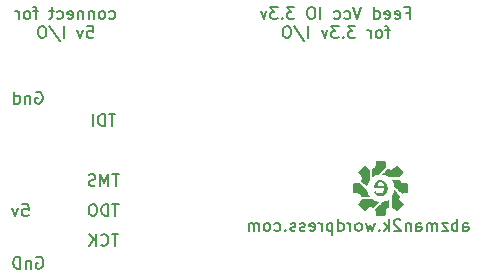
<source format=gbo>
%TF.GenerationSoftware,KiCad,Pcbnew,(6.0.0)*%
%TF.CreationDate,2022-03-13T18:43:21-04:00*%
%TF.ProjectId,Xc9572 breakout,58633935-3732-4206-9272-65616b6f7574,rev?*%
%TF.SameCoordinates,Original*%
%TF.FileFunction,Legend,Bot*%
%TF.FilePolarity,Positive*%
%FSLAX46Y46*%
G04 Gerber Fmt 4.6, Leading zero omitted, Abs format (unit mm)*
G04 Created by KiCad (PCBNEW (6.0.0)) date 2022-03-13 18:43:21*
%MOMM*%
%LPD*%
G01*
G04 APERTURE LIST*
%ADD10C,0.150000*%
%ADD11R,1.700000X1.700000*%
%ADD12C,3.200000*%
%ADD13O,1.700000X1.700000*%
G04 APERTURE END LIST*
D10*
X90947857Y-65492380D02*
X91424047Y-65492380D01*
X91471666Y-65968571D01*
X91424047Y-65920952D01*
X91328809Y-65873333D01*
X91090714Y-65873333D01*
X90995476Y-65920952D01*
X90947857Y-65968571D01*
X90900238Y-66063809D01*
X90900238Y-66301904D01*
X90947857Y-66397142D01*
X90995476Y-66444761D01*
X91090714Y-66492380D01*
X91328809Y-66492380D01*
X91424047Y-66444761D01*
X91471666Y-66397142D01*
X90566904Y-65825714D02*
X90328809Y-66492380D01*
X90090714Y-65825714D01*
X128237142Y-67762380D02*
X128237142Y-67238571D01*
X128284761Y-67143333D01*
X128380000Y-67095714D01*
X128570476Y-67095714D01*
X128665714Y-67143333D01*
X128237142Y-67714761D02*
X128332380Y-67762380D01*
X128570476Y-67762380D01*
X128665714Y-67714761D01*
X128713333Y-67619523D01*
X128713333Y-67524285D01*
X128665714Y-67429047D01*
X128570476Y-67381428D01*
X128332380Y-67381428D01*
X128237142Y-67333809D01*
X127760952Y-67762380D02*
X127760952Y-66762380D01*
X127760952Y-67143333D02*
X127665714Y-67095714D01*
X127475238Y-67095714D01*
X127380000Y-67143333D01*
X127332380Y-67190952D01*
X127284761Y-67286190D01*
X127284761Y-67571904D01*
X127332380Y-67667142D01*
X127380000Y-67714761D01*
X127475238Y-67762380D01*
X127665714Y-67762380D01*
X127760952Y-67714761D01*
X126951428Y-67095714D02*
X126427619Y-67095714D01*
X126951428Y-67762380D01*
X126427619Y-67762380D01*
X126046666Y-67762380D02*
X126046666Y-67095714D01*
X126046666Y-67190952D02*
X125999047Y-67143333D01*
X125903809Y-67095714D01*
X125760952Y-67095714D01*
X125665714Y-67143333D01*
X125618095Y-67238571D01*
X125618095Y-67762380D01*
X125618095Y-67238571D02*
X125570476Y-67143333D01*
X125475238Y-67095714D01*
X125332380Y-67095714D01*
X125237142Y-67143333D01*
X125189523Y-67238571D01*
X125189523Y-67762380D01*
X124284761Y-67762380D02*
X124284761Y-67238571D01*
X124332380Y-67143333D01*
X124427619Y-67095714D01*
X124618095Y-67095714D01*
X124713333Y-67143333D01*
X124284761Y-67714761D02*
X124380000Y-67762380D01*
X124618095Y-67762380D01*
X124713333Y-67714761D01*
X124760952Y-67619523D01*
X124760952Y-67524285D01*
X124713333Y-67429047D01*
X124618095Y-67381428D01*
X124380000Y-67381428D01*
X124284761Y-67333809D01*
X123808571Y-67095714D02*
X123808571Y-67762380D01*
X123808571Y-67190952D02*
X123760952Y-67143333D01*
X123665714Y-67095714D01*
X123522857Y-67095714D01*
X123427619Y-67143333D01*
X123380000Y-67238571D01*
X123380000Y-67762380D01*
X122951428Y-66857619D02*
X122903809Y-66810000D01*
X122808571Y-66762380D01*
X122570476Y-66762380D01*
X122475238Y-66810000D01*
X122427619Y-66857619D01*
X122380000Y-66952857D01*
X122380000Y-67048095D01*
X122427619Y-67190952D01*
X122999047Y-67762380D01*
X122380000Y-67762380D01*
X121951428Y-67762380D02*
X121951428Y-66762380D01*
X121856190Y-67381428D02*
X121570476Y-67762380D01*
X121570476Y-67095714D02*
X121951428Y-67476666D01*
X121141904Y-67667142D02*
X121094285Y-67714761D01*
X121141904Y-67762380D01*
X121189523Y-67714761D01*
X121141904Y-67667142D01*
X121141904Y-67762380D01*
X120760952Y-67095714D02*
X120570476Y-67762380D01*
X120380000Y-67286190D01*
X120189523Y-67762380D01*
X119999047Y-67095714D01*
X119475238Y-67762380D02*
X119570476Y-67714761D01*
X119618095Y-67667142D01*
X119665714Y-67571904D01*
X119665714Y-67286190D01*
X119618095Y-67190952D01*
X119570476Y-67143333D01*
X119475238Y-67095714D01*
X119332380Y-67095714D01*
X119237142Y-67143333D01*
X119189523Y-67190952D01*
X119141904Y-67286190D01*
X119141904Y-67571904D01*
X119189523Y-67667142D01*
X119237142Y-67714761D01*
X119332380Y-67762380D01*
X119475238Y-67762380D01*
X118713333Y-67762380D02*
X118713333Y-67095714D01*
X118713333Y-67286190D02*
X118665714Y-67190952D01*
X118618095Y-67143333D01*
X118522857Y-67095714D01*
X118427619Y-67095714D01*
X117665714Y-67762380D02*
X117665714Y-66762380D01*
X117665714Y-67714761D02*
X117760952Y-67762380D01*
X117951428Y-67762380D01*
X118046666Y-67714761D01*
X118094285Y-67667142D01*
X118141904Y-67571904D01*
X118141904Y-67286190D01*
X118094285Y-67190952D01*
X118046666Y-67143333D01*
X117951428Y-67095714D01*
X117760952Y-67095714D01*
X117665714Y-67143333D01*
X117189523Y-67095714D02*
X117189523Y-68095714D01*
X117189523Y-67143333D02*
X117094285Y-67095714D01*
X116903809Y-67095714D01*
X116808571Y-67143333D01*
X116760952Y-67190952D01*
X116713333Y-67286190D01*
X116713333Y-67571904D01*
X116760952Y-67667142D01*
X116808571Y-67714761D01*
X116903809Y-67762380D01*
X117094285Y-67762380D01*
X117189523Y-67714761D01*
X116284761Y-67762380D02*
X116284761Y-67095714D01*
X116284761Y-67286190D02*
X116237142Y-67190952D01*
X116189523Y-67143333D01*
X116094285Y-67095714D01*
X115999047Y-67095714D01*
X115284761Y-67714761D02*
X115380000Y-67762380D01*
X115570476Y-67762380D01*
X115665714Y-67714761D01*
X115713333Y-67619523D01*
X115713333Y-67238571D01*
X115665714Y-67143333D01*
X115570476Y-67095714D01*
X115380000Y-67095714D01*
X115284761Y-67143333D01*
X115237142Y-67238571D01*
X115237142Y-67333809D01*
X115713333Y-67429047D01*
X114856190Y-67714761D02*
X114760952Y-67762380D01*
X114570476Y-67762380D01*
X114475238Y-67714761D01*
X114427619Y-67619523D01*
X114427619Y-67571904D01*
X114475238Y-67476666D01*
X114570476Y-67429047D01*
X114713333Y-67429047D01*
X114808571Y-67381428D01*
X114856190Y-67286190D01*
X114856190Y-67238571D01*
X114808571Y-67143333D01*
X114713333Y-67095714D01*
X114570476Y-67095714D01*
X114475238Y-67143333D01*
X114046666Y-67714761D02*
X113951428Y-67762380D01*
X113760952Y-67762380D01*
X113665714Y-67714761D01*
X113618095Y-67619523D01*
X113618095Y-67571904D01*
X113665714Y-67476666D01*
X113760952Y-67429047D01*
X113903809Y-67429047D01*
X113999047Y-67381428D01*
X114046666Y-67286190D01*
X114046666Y-67238571D01*
X113999047Y-67143333D01*
X113903809Y-67095714D01*
X113760952Y-67095714D01*
X113665714Y-67143333D01*
X113189523Y-67667142D02*
X113141904Y-67714761D01*
X113189523Y-67762380D01*
X113237142Y-67714761D01*
X113189523Y-67667142D01*
X113189523Y-67762380D01*
X112284761Y-67714761D02*
X112380000Y-67762380D01*
X112570476Y-67762380D01*
X112665714Y-67714761D01*
X112713333Y-67667142D01*
X112760952Y-67571904D01*
X112760952Y-67286190D01*
X112713333Y-67190952D01*
X112665714Y-67143333D01*
X112570476Y-67095714D01*
X112380000Y-67095714D01*
X112284761Y-67143333D01*
X111713333Y-67762380D02*
X111808571Y-67714761D01*
X111856190Y-67667142D01*
X111903809Y-67571904D01*
X111903809Y-67286190D01*
X111856190Y-67190952D01*
X111808571Y-67143333D01*
X111713333Y-67095714D01*
X111570476Y-67095714D01*
X111475238Y-67143333D01*
X111427619Y-67190952D01*
X111380000Y-67286190D01*
X111380000Y-67571904D01*
X111427619Y-67667142D01*
X111475238Y-67714761D01*
X111570476Y-67762380D01*
X111713333Y-67762380D01*
X110951428Y-67762380D02*
X110951428Y-67095714D01*
X110951428Y-67190952D02*
X110903809Y-67143333D01*
X110808571Y-67095714D01*
X110665714Y-67095714D01*
X110570476Y-67143333D01*
X110522857Y-67238571D01*
X110522857Y-67762380D01*
X110522857Y-67238571D02*
X110475238Y-67143333D01*
X110380000Y-67095714D01*
X110237142Y-67095714D01*
X110141904Y-67143333D01*
X110094285Y-67238571D01*
X110094285Y-67762380D01*
X92130476Y-69985000D02*
X92225714Y-69937380D01*
X92368571Y-69937380D01*
X92511428Y-69985000D01*
X92606666Y-70080238D01*
X92654285Y-70175476D01*
X92701904Y-70365952D01*
X92701904Y-70508809D01*
X92654285Y-70699285D01*
X92606666Y-70794523D01*
X92511428Y-70889761D01*
X92368571Y-70937380D01*
X92273333Y-70937380D01*
X92130476Y-70889761D01*
X92082857Y-70842142D01*
X92082857Y-70508809D01*
X92273333Y-70508809D01*
X91654285Y-70270714D02*
X91654285Y-70937380D01*
X91654285Y-70365952D02*
X91606666Y-70318333D01*
X91511428Y-70270714D01*
X91368571Y-70270714D01*
X91273333Y-70318333D01*
X91225714Y-70413571D01*
X91225714Y-70937380D01*
X90749523Y-70937380D02*
X90749523Y-69937380D01*
X90511428Y-69937380D01*
X90368571Y-69985000D01*
X90273333Y-70080238D01*
X90225714Y-70175476D01*
X90178095Y-70365952D01*
X90178095Y-70508809D01*
X90225714Y-70699285D01*
X90273333Y-70794523D01*
X90368571Y-70889761D01*
X90511428Y-70937380D01*
X90749523Y-70937380D01*
X99075714Y-68032380D02*
X98504285Y-68032380D01*
X98790000Y-69032380D02*
X98790000Y-68032380D01*
X97599523Y-68937142D02*
X97647142Y-68984761D01*
X97790000Y-69032380D01*
X97885238Y-69032380D01*
X98028095Y-68984761D01*
X98123333Y-68889523D01*
X98170952Y-68794285D01*
X98218571Y-68603809D01*
X98218571Y-68460952D01*
X98170952Y-68270476D01*
X98123333Y-68175238D01*
X98028095Y-68080000D01*
X97885238Y-68032380D01*
X97790000Y-68032380D01*
X97647142Y-68080000D01*
X97599523Y-68127619D01*
X97170952Y-69032380D02*
X97170952Y-68032380D01*
X96599523Y-69032380D02*
X97028095Y-68460952D01*
X96599523Y-68032380D02*
X97170952Y-68603809D01*
X123403571Y-49288571D02*
X123736904Y-49288571D01*
X123736904Y-49812380D02*
X123736904Y-48812380D01*
X123260714Y-48812380D01*
X122498809Y-49764761D02*
X122594047Y-49812380D01*
X122784523Y-49812380D01*
X122879761Y-49764761D01*
X122927380Y-49669523D01*
X122927380Y-49288571D01*
X122879761Y-49193333D01*
X122784523Y-49145714D01*
X122594047Y-49145714D01*
X122498809Y-49193333D01*
X122451190Y-49288571D01*
X122451190Y-49383809D01*
X122927380Y-49479047D01*
X121641666Y-49764761D02*
X121736904Y-49812380D01*
X121927380Y-49812380D01*
X122022619Y-49764761D01*
X122070238Y-49669523D01*
X122070238Y-49288571D01*
X122022619Y-49193333D01*
X121927380Y-49145714D01*
X121736904Y-49145714D01*
X121641666Y-49193333D01*
X121594047Y-49288571D01*
X121594047Y-49383809D01*
X122070238Y-49479047D01*
X120736904Y-49812380D02*
X120736904Y-48812380D01*
X120736904Y-49764761D02*
X120832142Y-49812380D01*
X121022619Y-49812380D01*
X121117857Y-49764761D01*
X121165476Y-49717142D01*
X121213095Y-49621904D01*
X121213095Y-49336190D01*
X121165476Y-49240952D01*
X121117857Y-49193333D01*
X121022619Y-49145714D01*
X120832142Y-49145714D01*
X120736904Y-49193333D01*
X119641666Y-48812380D02*
X119308333Y-49812380D01*
X118975000Y-48812380D01*
X118213095Y-49764761D02*
X118308333Y-49812380D01*
X118498809Y-49812380D01*
X118594047Y-49764761D01*
X118641666Y-49717142D01*
X118689285Y-49621904D01*
X118689285Y-49336190D01*
X118641666Y-49240952D01*
X118594047Y-49193333D01*
X118498809Y-49145714D01*
X118308333Y-49145714D01*
X118213095Y-49193333D01*
X117355952Y-49764761D02*
X117451190Y-49812380D01*
X117641666Y-49812380D01*
X117736904Y-49764761D01*
X117784523Y-49717142D01*
X117832142Y-49621904D01*
X117832142Y-49336190D01*
X117784523Y-49240952D01*
X117736904Y-49193333D01*
X117641666Y-49145714D01*
X117451190Y-49145714D01*
X117355952Y-49193333D01*
X116165476Y-49812380D02*
X116165476Y-48812380D01*
X115498809Y-48812380D02*
X115308333Y-48812380D01*
X115213095Y-48860000D01*
X115117857Y-48955238D01*
X115070238Y-49145714D01*
X115070238Y-49479047D01*
X115117857Y-49669523D01*
X115213095Y-49764761D01*
X115308333Y-49812380D01*
X115498809Y-49812380D01*
X115594047Y-49764761D01*
X115689285Y-49669523D01*
X115736904Y-49479047D01*
X115736904Y-49145714D01*
X115689285Y-48955238D01*
X115594047Y-48860000D01*
X115498809Y-48812380D01*
X113975000Y-48812380D02*
X113355952Y-48812380D01*
X113689285Y-49193333D01*
X113546428Y-49193333D01*
X113451190Y-49240952D01*
X113403571Y-49288571D01*
X113355952Y-49383809D01*
X113355952Y-49621904D01*
X113403571Y-49717142D01*
X113451190Y-49764761D01*
X113546428Y-49812380D01*
X113832142Y-49812380D01*
X113927380Y-49764761D01*
X113975000Y-49717142D01*
X112927380Y-49717142D02*
X112879761Y-49764761D01*
X112927380Y-49812380D01*
X112975000Y-49764761D01*
X112927380Y-49717142D01*
X112927380Y-49812380D01*
X112546428Y-48812380D02*
X111927380Y-48812380D01*
X112260714Y-49193333D01*
X112117857Y-49193333D01*
X112022619Y-49240952D01*
X111975000Y-49288571D01*
X111927380Y-49383809D01*
X111927380Y-49621904D01*
X111975000Y-49717142D01*
X112022619Y-49764761D01*
X112117857Y-49812380D01*
X112403571Y-49812380D01*
X112498809Y-49764761D01*
X112546428Y-49717142D01*
X111594047Y-49145714D02*
X111355952Y-49812380D01*
X111117857Y-49145714D01*
X122046428Y-50755714D02*
X121665476Y-50755714D01*
X121903571Y-51422380D02*
X121903571Y-50565238D01*
X121855952Y-50470000D01*
X121760714Y-50422380D01*
X121665476Y-50422380D01*
X121189285Y-51422380D02*
X121284523Y-51374761D01*
X121332142Y-51327142D01*
X121379761Y-51231904D01*
X121379761Y-50946190D01*
X121332142Y-50850952D01*
X121284523Y-50803333D01*
X121189285Y-50755714D01*
X121046428Y-50755714D01*
X120951190Y-50803333D01*
X120903571Y-50850952D01*
X120855952Y-50946190D01*
X120855952Y-51231904D01*
X120903571Y-51327142D01*
X120951190Y-51374761D01*
X121046428Y-51422380D01*
X121189285Y-51422380D01*
X120427380Y-51422380D02*
X120427380Y-50755714D01*
X120427380Y-50946190D02*
X120379761Y-50850952D01*
X120332142Y-50803333D01*
X120236904Y-50755714D01*
X120141666Y-50755714D01*
X119141666Y-50422380D02*
X118522619Y-50422380D01*
X118855952Y-50803333D01*
X118713095Y-50803333D01*
X118617857Y-50850952D01*
X118570238Y-50898571D01*
X118522619Y-50993809D01*
X118522619Y-51231904D01*
X118570238Y-51327142D01*
X118617857Y-51374761D01*
X118713095Y-51422380D01*
X118998809Y-51422380D01*
X119094047Y-51374761D01*
X119141666Y-51327142D01*
X118094047Y-51327142D02*
X118046428Y-51374761D01*
X118094047Y-51422380D01*
X118141666Y-51374761D01*
X118094047Y-51327142D01*
X118094047Y-51422380D01*
X117713095Y-50422380D02*
X117094047Y-50422380D01*
X117427380Y-50803333D01*
X117284523Y-50803333D01*
X117189285Y-50850952D01*
X117141666Y-50898571D01*
X117094047Y-50993809D01*
X117094047Y-51231904D01*
X117141666Y-51327142D01*
X117189285Y-51374761D01*
X117284523Y-51422380D01*
X117570238Y-51422380D01*
X117665476Y-51374761D01*
X117713095Y-51327142D01*
X116760714Y-50755714D02*
X116522619Y-51422380D01*
X116284523Y-50755714D01*
X115141666Y-51422380D02*
X115141666Y-50422380D01*
X113951190Y-50374761D02*
X114808333Y-51660476D01*
X113427380Y-50422380D02*
X113236904Y-50422380D01*
X113141666Y-50470000D01*
X113046428Y-50565238D01*
X112998809Y-50755714D01*
X112998809Y-51089047D01*
X113046428Y-51279523D01*
X113141666Y-51374761D01*
X113236904Y-51422380D01*
X113427380Y-51422380D01*
X113522619Y-51374761D01*
X113617857Y-51279523D01*
X113665476Y-51089047D01*
X113665476Y-50755714D01*
X113617857Y-50565238D01*
X113522619Y-50470000D01*
X113427380Y-50422380D01*
X98305476Y-49764761D02*
X98400714Y-49812380D01*
X98591190Y-49812380D01*
X98686428Y-49764761D01*
X98734047Y-49717142D01*
X98781666Y-49621904D01*
X98781666Y-49336190D01*
X98734047Y-49240952D01*
X98686428Y-49193333D01*
X98591190Y-49145714D01*
X98400714Y-49145714D01*
X98305476Y-49193333D01*
X97734047Y-49812380D02*
X97829285Y-49764761D01*
X97876904Y-49717142D01*
X97924523Y-49621904D01*
X97924523Y-49336190D01*
X97876904Y-49240952D01*
X97829285Y-49193333D01*
X97734047Y-49145714D01*
X97591190Y-49145714D01*
X97495952Y-49193333D01*
X97448333Y-49240952D01*
X97400714Y-49336190D01*
X97400714Y-49621904D01*
X97448333Y-49717142D01*
X97495952Y-49764761D01*
X97591190Y-49812380D01*
X97734047Y-49812380D01*
X96972142Y-49145714D02*
X96972142Y-49812380D01*
X96972142Y-49240952D02*
X96924523Y-49193333D01*
X96829285Y-49145714D01*
X96686428Y-49145714D01*
X96591190Y-49193333D01*
X96543571Y-49288571D01*
X96543571Y-49812380D01*
X96067380Y-49145714D02*
X96067380Y-49812380D01*
X96067380Y-49240952D02*
X96019761Y-49193333D01*
X95924523Y-49145714D01*
X95781666Y-49145714D01*
X95686428Y-49193333D01*
X95638809Y-49288571D01*
X95638809Y-49812380D01*
X94781666Y-49764761D02*
X94876904Y-49812380D01*
X95067380Y-49812380D01*
X95162619Y-49764761D01*
X95210238Y-49669523D01*
X95210238Y-49288571D01*
X95162619Y-49193333D01*
X95067380Y-49145714D01*
X94876904Y-49145714D01*
X94781666Y-49193333D01*
X94734047Y-49288571D01*
X94734047Y-49383809D01*
X95210238Y-49479047D01*
X93876904Y-49764761D02*
X93972142Y-49812380D01*
X94162619Y-49812380D01*
X94257857Y-49764761D01*
X94305476Y-49717142D01*
X94353095Y-49621904D01*
X94353095Y-49336190D01*
X94305476Y-49240952D01*
X94257857Y-49193333D01*
X94162619Y-49145714D01*
X93972142Y-49145714D01*
X93876904Y-49193333D01*
X93591190Y-49145714D02*
X93210238Y-49145714D01*
X93448333Y-48812380D02*
X93448333Y-49669523D01*
X93400714Y-49764761D01*
X93305476Y-49812380D01*
X93210238Y-49812380D01*
X92257857Y-49145714D02*
X91876904Y-49145714D01*
X92115000Y-49812380D02*
X92115000Y-48955238D01*
X92067380Y-48860000D01*
X91972142Y-48812380D01*
X91876904Y-48812380D01*
X91400714Y-49812380D02*
X91495952Y-49764761D01*
X91543571Y-49717142D01*
X91591190Y-49621904D01*
X91591190Y-49336190D01*
X91543571Y-49240952D01*
X91495952Y-49193333D01*
X91400714Y-49145714D01*
X91257857Y-49145714D01*
X91162619Y-49193333D01*
X91115000Y-49240952D01*
X91067380Y-49336190D01*
X91067380Y-49621904D01*
X91115000Y-49717142D01*
X91162619Y-49764761D01*
X91257857Y-49812380D01*
X91400714Y-49812380D01*
X90638809Y-49812380D02*
X90638809Y-49145714D01*
X90638809Y-49336190D02*
X90591190Y-49240952D01*
X90543571Y-49193333D01*
X90448333Y-49145714D01*
X90353095Y-49145714D01*
X96424523Y-50422380D02*
X96900714Y-50422380D01*
X96948333Y-50898571D01*
X96900714Y-50850952D01*
X96805476Y-50803333D01*
X96567380Y-50803333D01*
X96472142Y-50850952D01*
X96424523Y-50898571D01*
X96376904Y-50993809D01*
X96376904Y-51231904D01*
X96424523Y-51327142D01*
X96472142Y-51374761D01*
X96567380Y-51422380D01*
X96805476Y-51422380D01*
X96900714Y-51374761D01*
X96948333Y-51327142D01*
X96043571Y-50755714D02*
X95805476Y-51422380D01*
X95567380Y-50755714D01*
X94424523Y-51422380D02*
X94424523Y-50422380D01*
X93234047Y-50374761D02*
X94091190Y-51660476D01*
X92710238Y-50422380D02*
X92519761Y-50422380D01*
X92424523Y-50470000D01*
X92329285Y-50565238D01*
X92281666Y-50755714D01*
X92281666Y-51089047D01*
X92329285Y-51279523D01*
X92424523Y-51374761D01*
X92519761Y-51422380D01*
X92710238Y-51422380D01*
X92805476Y-51374761D01*
X92900714Y-51279523D01*
X92948333Y-51089047D01*
X92948333Y-50755714D01*
X92900714Y-50565238D01*
X92805476Y-50470000D01*
X92710238Y-50422380D01*
X92082857Y-56015000D02*
X92178095Y-55967380D01*
X92320952Y-55967380D01*
X92463809Y-56015000D01*
X92559047Y-56110238D01*
X92606666Y-56205476D01*
X92654285Y-56395952D01*
X92654285Y-56538809D01*
X92606666Y-56729285D01*
X92559047Y-56824523D01*
X92463809Y-56919761D01*
X92320952Y-56967380D01*
X92225714Y-56967380D01*
X92082857Y-56919761D01*
X92035238Y-56872142D01*
X92035238Y-56538809D01*
X92225714Y-56538809D01*
X91606666Y-56300714D02*
X91606666Y-56967380D01*
X91606666Y-56395952D02*
X91559047Y-56348333D01*
X91463809Y-56300714D01*
X91320952Y-56300714D01*
X91225714Y-56348333D01*
X91178095Y-56443571D01*
X91178095Y-56967380D01*
X90273333Y-56967380D02*
X90273333Y-55967380D01*
X90273333Y-56919761D02*
X90368571Y-56967380D01*
X90559047Y-56967380D01*
X90654285Y-56919761D01*
X90701904Y-56872142D01*
X90749523Y-56776904D01*
X90749523Y-56491190D01*
X90701904Y-56395952D01*
X90654285Y-56348333D01*
X90559047Y-56300714D01*
X90368571Y-56300714D01*
X90273333Y-56348333D01*
X98813809Y-57872380D02*
X98242380Y-57872380D01*
X98528095Y-58872380D02*
X98528095Y-57872380D01*
X97909047Y-58872380D02*
X97909047Y-57872380D01*
X97670952Y-57872380D01*
X97528095Y-57920000D01*
X97432857Y-58015238D01*
X97385238Y-58110476D01*
X97337619Y-58300952D01*
X97337619Y-58443809D01*
X97385238Y-58634285D01*
X97432857Y-58729523D01*
X97528095Y-58824761D01*
X97670952Y-58872380D01*
X97909047Y-58872380D01*
X96909047Y-58872380D02*
X96909047Y-57872380D01*
X99123333Y-62952380D02*
X98551904Y-62952380D01*
X98837619Y-63952380D02*
X98837619Y-62952380D01*
X98218571Y-63952380D02*
X98218571Y-62952380D01*
X97885238Y-63666666D01*
X97551904Y-62952380D01*
X97551904Y-63952380D01*
X97123333Y-63904761D02*
X96980476Y-63952380D01*
X96742380Y-63952380D01*
X96647142Y-63904761D01*
X96599523Y-63857142D01*
X96551904Y-63761904D01*
X96551904Y-63666666D01*
X96599523Y-63571428D01*
X96647142Y-63523809D01*
X96742380Y-63476190D01*
X96932857Y-63428571D01*
X97028095Y-63380952D01*
X97075714Y-63333333D01*
X97123333Y-63238095D01*
X97123333Y-63142857D01*
X97075714Y-63047619D01*
X97028095Y-63000000D01*
X96932857Y-62952380D01*
X96694761Y-62952380D01*
X96551904Y-63000000D01*
X99099523Y-65492380D02*
X98528095Y-65492380D01*
X98813809Y-66492380D02*
X98813809Y-65492380D01*
X98194761Y-66492380D02*
X98194761Y-65492380D01*
X97956666Y-65492380D01*
X97813809Y-65540000D01*
X97718571Y-65635238D01*
X97670952Y-65730476D01*
X97623333Y-65920952D01*
X97623333Y-66063809D01*
X97670952Y-66254285D01*
X97718571Y-66349523D01*
X97813809Y-66444761D01*
X97956666Y-66492380D01*
X98194761Y-66492380D01*
X97004285Y-65492380D02*
X96813809Y-65492380D01*
X96718571Y-65540000D01*
X96623333Y-65635238D01*
X96575714Y-65825714D01*
X96575714Y-66159047D01*
X96623333Y-66349523D01*
X96718571Y-66444761D01*
X96813809Y-66492380D01*
X97004285Y-66492380D01*
X97099523Y-66444761D01*
X97194761Y-66349523D01*
X97242380Y-66159047D01*
X97242380Y-65825714D01*
X97194761Y-65635238D01*
X97099523Y-65540000D01*
X97004285Y-65492380D01*
%TO.C,G\u002A\u002A\u002A*%
G36*
X121678848Y-61832420D02*
G01*
X121680735Y-61846815D01*
X121684397Y-61878163D01*
X121688713Y-61917796D01*
X121693100Y-61960462D01*
X121696075Y-61989705D01*
X121702082Y-62046621D01*
X121708604Y-62106411D01*
X121714673Y-62160120D01*
X121719132Y-62198732D01*
X121724246Y-62243232D01*
X121728603Y-62281377D01*
X121731581Y-62307722D01*
X121736431Y-62351154D01*
X121413056Y-62673359D01*
X121089682Y-62995563D01*
X121024576Y-63010648D01*
X121004007Y-63015608D01*
X120871294Y-63057275D01*
X120745690Y-63113675D01*
X120629600Y-63183755D01*
X120610730Y-63196776D01*
X120584208Y-63214881D01*
X120565565Y-63227347D01*
X120557983Y-63232030D01*
X120557736Y-63229690D01*
X120557290Y-63212930D01*
X120556883Y-63181546D01*
X120556527Y-63137329D01*
X120556230Y-63082074D01*
X120556006Y-63017574D01*
X120555863Y-62945622D01*
X120555813Y-62868011D01*
X120555813Y-62503824D01*
X120592706Y-62487531D01*
X120602956Y-62483315D01*
X120631261Y-62472674D01*
X120668603Y-62459318D01*
X120710206Y-62444895D01*
X120751292Y-62431049D01*
X120787087Y-62419428D01*
X120812812Y-62411677D01*
X120814582Y-62410136D01*
X120819736Y-62395435D01*
X120824562Y-62368289D01*
X120828352Y-62332320D01*
X120830378Y-62308277D01*
X120835072Y-62259312D01*
X120840727Y-62205838D01*
X120846525Y-62155780D01*
X120849631Y-62129929D01*
X120856295Y-62072018D01*
X120862851Y-62012369D01*
X120868243Y-61960462D01*
X120871346Y-61929954D01*
X120875734Y-61888914D01*
X120879636Y-61854651D01*
X120882471Y-61832420D01*
X120887209Y-61799867D01*
X121674109Y-61799867D01*
X121678848Y-61832420D01*
G37*
G36*
X119823621Y-63997442D02*
G01*
X119835959Y-64009783D01*
X119916702Y-64090950D01*
X119984882Y-64160258D01*
X120040550Y-64217761D01*
X120083758Y-64263513D01*
X120114557Y-64297569D01*
X120132999Y-64319983D01*
X120139135Y-64330809D01*
X120141097Y-64348149D01*
X120147663Y-64379955D01*
X120157726Y-64420114D01*
X120170121Y-64464289D01*
X120183686Y-64508143D01*
X120197255Y-64547338D01*
X120201980Y-64559711D01*
X120237134Y-64639100D01*
X120280095Y-64719605D01*
X120326258Y-64792471D01*
X120330526Y-64798602D01*
X120347968Y-64824212D01*
X120360214Y-64843113D01*
X120364836Y-64851582D01*
X120362613Y-64852016D01*
X120346060Y-64852825D01*
X120314863Y-64853563D01*
X120270817Y-64854211D01*
X120215722Y-64854748D01*
X120151375Y-64855156D01*
X120079573Y-64855415D01*
X120002116Y-64855506D01*
X119639397Y-64855506D01*
X119616844Y-64796911D01*
X119607083Y-64770666D01*
X119591946Y-64727770D01*
X119576457Y-64681966D01*
X119562764Y-64639643D01*
X119553017Y-64607188D01*
X119551464Y-64605413D01*
X119536741Y-64600262D01*
X119509589Y-64595436D01*
X119473638Y-64591648D01*
X119449596Y-64589622D01*
X119400631Y-64584928D01*
X119347157Y-64579273D01*
X119297098Y-64573475D01*
X119271247Y-64570369D01*
X119213336Y-64563705D01*
X119153688Y-64557149D01*
X119101780Y-64551757D01*
X119071273Y-64548654D01*
X119030232Y-64544266D01*
X118995970Y-64540364D01*
X118973739Y-64537529D01*
X118941186Y-64532791D01*
X118941186Y-63745891D01*
X118973739Y-63741152D01*
X118988133Y-63739265D01*
X119019482Y-63735603D01*
X119059115Y-63731287D01*
X119101780Y-63726900D01*
X119131031Y-63723922D01*
X119187945Y-63717902D01*
X119247732Y-63711358D01*
X119301438Y-63705261D01*
X119339230Y-63700885D01*
X119385859Y-63695542D01*
X119427032Y-63690882D01*
X119456857Y-63687576D01*
X119508106Y-63682016D01*
X119823621Y-63997442D01*
G37*
G36*
X121865080Y-64089859D02*
G01*
X121865399Y-64198477D01*
X121852785Y-64302408D01*
X121827796Y-64400020D01*
X121790991Y-64489683D01*
X121742929Y-64569762D01*
X121684169Y-64638628D01*
X121615268Y-64694647D01*
X121608495Y-64699074D01*
X121539598Y-64737187D01*
X121466017Y-64767088D01*
X121395052Y-64785755D01*
X121373559Y-64788331D01*
X121336299Y-64790520D01*
X121291899Y-64791519D01*
X121245936Y-64791126D01*
X121226075Y-64790533D01*
X121179504Y-64787992D01*
X121142324Y-64783480D01*
X121108664Y-64776109D01*
X121072651Y-64764994D01*
X121068035Y-64763405D01*
X120980265Y-64723702D01*
X120900979Y-64669289D01*
X120831504Y-64601246D01*
X120773164Y-64520656D01*
X120743112Y-64470979D01*
X120780791Y-64437542D01*
X120805981Y-64417277D01*
X120828626Y-64406219D01*
X120847147Y-64408128D01*
X120864806Y-64422417D01*
X120883582Y-64441027D01*
X120919548Y-64471290D01*
X120961253Y-64502265D01*
X121002971Y-64529771D01*
X121038977Y-64549626D01*
X121047758Y-64553676D01*
X121069668Y-64562626D01*
X121090726Y-64568375D01*
X121115486Y-64571620D01*
X121148498Y-64573056D01*
X121194315Y-64573380D01*
X121236034Y-64573233D01*
X121268698Y-64572181D01*
X121293174Y-64569312D01*
X121314222Y-64563715D01*
X121336604Y-64554478D01*
X121365080Y-64540690D01*
X121401383Y-64520049D01*
X121461803Y-64471123D01*
X121511083Y-64410660D01*
X121547999Y-64340712D01*
X121571327Y-64263333D01*
X121579842Y-64180575D01*
X121580147Y-64143681D01*
X120781914Y-64143681D01*
X120767645Y-64121905D01*
X120762364Y-64110497D01*
X120755124Y-64079590D01*
X120750367Y-64038038D01*
X120748225Y-63989999D01*
X120748834Y-63939630D01*
X120752327Y-63891089D01*
X120755518Y-63870236D01*
X121012443Y-63870236D01*
X121013771Y-63899768D01*
X121023602Y-63937702D01*
X121043810Y-63963391D01*
X121075383Y-63978536D01*
X121089613Y-63980656D01*
X121120057Y-63982846D01*
X121163191Y-63984695D01*
X121216517Y-63986122D01*
X121277539Y-63987044D01*
X121343760Y-63987378D01*
X121580477Y-63987427D01*
X121576038Y-63967895D01*
X121574227Y-63959802D01*
X121568720Y-63934636D01*
X121562389Y-63905233D01*
X121554859Y-63875827D01*
X121526522Y-63805999D01*
X121486287Y-63743330D01*
X121436433Y-63690970D01*
X121379236Y-63652067D01*
X121361922Y-63644245D01*
X121310614Y-63630451D01*
X121255236Y-63626305D01*
X121201870Y-63631932D01*
X121156598Y-63647458D01*
X121136218Y-63659184D01*
X121084868Y-63700575D01*
X121046079Y-63751158D01*
X121021417Y-63808517D01*
X121012443Y-63870236D01*
X120755518Y-63870236D01*
X120758838Y-63848534D01*
X120768140Y-63811304D01*
X120800034Y-63728253D01*
X120844696Y-63653467D01*
X120900535Y-63589327D01*
X120965964Y-63538214D01*
X120968833Y-63536419D01*
X121028995Y-63503449D01*
X121088820Y-63480862D01*
X121153920Y-63467002D01*
X121229906Y-63460209D01*
X121269920Y-63458736D01*
X121306102Y-63458961D01*
X121336721Y-63461919D01*
X121368112Y-63468276D01*
X121406607Y-63478691D01*
X121436918Y-63488108D01*
X121524009Y-63524972D01*
X121602373Y-63574793D01*
X121675635Y-63639742D01*
X121694297Y-63659349D01*
X121754085Y-63733627D01*
X121799521Y-63812170D01*
X121832370Y-63898491D01*
X121852436Y-63987427D01*
X121854395Y-63996108D01*
X121865080Y-64089859D01*
G37*
G36*
X123211063Y-62766602D02*
G01*
X123192626Y-62792494D01*
X123191815Y-62793627D01*
X123176473Y-62814078D01*
X123154856Y-62841827D01*
X123131373Y-62871208D01*
X123126147Y-62877662D01*
X123102298Y-62907214D01*
X123071936Y-62944937D01*
X123038419Y-62986657D01*
X123005105Y-63028199D01*
X122990172Y-63046803D01*
X122961617Y-63082155D01*
X122937276Y-63112006D01*
X122919351Y-63133665D01*
X122910043Y-63144438D01*
X122899403Y-63157040D01*
X122885010Y-63176991D01*
X122871588Y-63197475D01*
X121950877Y-63197475D01*
X121906575Y-63168083D01*
X121861961Y-63140761D01*
X121805849Y-63110198D01*
X121748103Y-63081823D01*
X121696360Y-63059578D01*
X121676235Y-63052316D01*
X121632298Y-63038387D01*
X121581721Y-63024030D01*
X121530266Y-63010772D01*
X121483693Y-63000141D01*
X121447765Y-62993664D01*
X121434017Y-62991453D01*
X121414284Y-62986601D01*
X121406531Y-62982038D01*
X121407975Y-62979953D01*
X121419467Y-62967216D01*
X121441368Y-62944185D01*
X121472397Y-62912168D01*
X121511277Y-62872474D01*
X121556729Y-62826411D01*
X121607475Y-62775287D01*
X121662235Y-62720411D01*
X121917938Y-62464817D01*
X121985594Y-62493898D01*
X121986006Y-62494075D01*
X122028376Y-62513224D01*
X122074437Y-62535444D01*
X122114290Y-62555960D01*
X122175330Y-62588942D01*
X122214119Y-62558454D01*
X122229750Y-62546099D01*
X122253623Y-62526992D01*
X122270340Y-62513318D01*
X122273391Y-62510766D01*
X122296611Y-62491657D01*
X122329926Y-62464561D01*
X122370397Y-62431837D01*
X122415085Y-62395845D01*
X122461053Y-62358943D01*
X122505363Y-62323493D01*
X122545076Y-62291852D01*
X122577255Y-62266380D01*
X122598961Y-62249436D01*
X122652225Y-62208540D01*
X123211063Y-62766602D01*
G37*
G36*
X122439776Y-64275216D02*
G01*
X122452313Y-64286474D01*
X122475164Y-64308163D01*
X122507015Y-64338999D01*
X122546555Y-64377702D01*
X122592469Y-64422987D01*
X122643446Y-64473573D01*
X122698171Y-64528178D01*
X122952347Y-64782463D01*
X122929636Y-64834176D01*
X122925254Y-64843989D01*
X122908644Y-64879696D01*
X122888639Y-64921217D01*
X122868645Y-64961444D01*
X122830363Y-65037000D01*
X122884527Y-65104647D01*
X122898637Y-65122248D01*
X122922334Y-65151712D01*
X122941567Y-65175508D01*
X122953150Y-65189686D01*
X122956064Y-65193231D01*
X122969774Y-65210094D01*
X122991804Y-65237306D01*
X123020364Y-65272653D01*
X123053665Y-65313922D01*
X123089918Y-65358898D01*
X123212226Y-65510717D01*
X122932656Y-65790386D01*
X122910962Y-65812053D01*
X122846782Y-65875697D01*
X122789974Y-65931320D01*
X122741322Y-65978179D01*
X122701612Y-66015534D01*
X122671628Y-66042643D01*
X122652153Y-66058764D01*
X122643974Y-66063157D01*
X122642461Y-66061981D01*
X122629471Y-66051657D01*
X122605755Y-66032690D01*
X122573452Y-66006793D01*
X122534697Y-65975679D01*
X122491630Y-65941060D01*
X122482407Y-65933643D01*
X122437576Y-65897607D01*
X122395683Y-65863961D01*
X122359375Y-65834827D01*
X122331299Y-65812331D01*
X122314102Y-65798595D01*
X122305196Y-65791459D01*
X122276448Y-65767902D01*
X122251166Y-65746558D01*
X122222525Y-65721787D01*
X122222525Y-64812644D01*
X122260810Y-64753462D01*
X122302745Y-64682138D01*
X122356769Y-64564660D01*
X122398410Y-64438415D01*
X122426542Y-64306446D01*
X122427586Y-64300466D01*
X122432665Y-64281527D01*
X122437823Y-64273893D01*
X122439776Y-64275216D01*
G37*
G36*
X122932469Y-63451388D02*
G01*
X122936685Y-63461637D01*
X122947326Y-63489942D01*
X122960682Y-63527284D01*
X122975105Y-63568887D01*
X122988951Y-63609974D01*
X123000572Y-63645768D01*
X123008323Y-63671493D01*
X123009864Y-63673264D01*
X123024565Y-63678417D01*
X123051711Y-63683244D01*
X123087680Y-63687034D01*
X123111723Y-63689060D01*
X123160688Y-63693754D01*
X123214162Y-63699408D01*
X123264220Y-63705207D01*
X123290071Y-63708313D01*
X123347982Y-63714977D01*
X123407631Y-63721532D01*
X123459538Y-63726925D01*
X123490046Y-63730027D01*
X123531086Y-63734415D01*
X123565349Y-63738318D01*
X123587580Y-63741152D01*
X123620133Y-63745891D01*
X123620133Y-64532791D01*
X123587580Y-64537529D01*
X123573184Y-64539419D01*
X123541835Y-64543088D01*
X123502203Y-64547417D01*
X123459538Y-64551820D01*
X123431284Y-64554678D01*
X123396136Y-64558340D01*
X123358221Y-64562427D01*
X123314643Y-64567261D01*
X123262508Y-64573164D01*
X123198921Y-64580458D01*
X123120987Y-64589464D01*
X123099226Y-64591805D01*
X123077627Y-64593782D01*
X123074841Y-64592666D01*
X123060515Y-64581807D01*
X123036126Y-64560534D01*
X123003086Y-64530246D01*
X122962804Y-64492343D01*
X122916693Y-64448225D01*
X122866162Y-64399292D01*
X122812623Y-64346943D01*
X122757487Y-64292578D01*
X122702164Y-64237597D01*
X122648066Y-64183400D01*
X122596604Y-64131385D01*
X122549187Y-64082954D01*
X122507228Y-64039505D01*
X122472138Y-64002439D01*
X122445326Y-63973154D01*
X122428204Y-63953052D01*
X122422184Y-63943532D01*
X122422156Y-63942311D01*
X122419100Y-63922073D01*
X122411820Y-63890119D01*
X122401496Y-63850759D01*
X122389308Y-63808303D01*
X122376437Y-63767061D01*
X122364064Y-63731343D01*
X122356745Y-63712436D01*
X122322139Y-63635439D01*
X122280642Y-63557943D01*
X122236892Y-63488796D01*
X122235157Y-63486311D01*
X122216437Y-63459321D01*
X122201507Y-63437492D01*
X122193462Y-63425346D01*
X122193629Y-63423546D01*
X122199883Y-63421110D01*
X122214584Y-63419123D01*
X122239004Y-63417548D01*
X122274418Y-63416346D01*
X122322099Y-63415478D01*
X122383320Y-63414906D01*
X122459355Y-63414591D01*
X122551477Y-63414495D01*
X122916176Y-63414495D01*
X122932469Y-63451388D01*
G37*
G36*
X120659115Y-65114601D02*
G01*
X120703967Y-65141905D01*
X120827822Y-65204530D01*
X120955007Y-65250751D01*
X121084321Y-65280102D01*
X121111489Y-65284860D01*
X121133713Y-65289624D01*
X121143731Y-65292957D01*
X121142598Y-65294976D01*
X121131703Y-65307503D01*
X121110370Y-65330304D01*
X121079854Y-65362090D01*
X121041405Y-65401568D01*
X120996278Y-65447451D01*
X120945723Y-65498448D01*
X120890993Y-65553269D01*
X120634249Y-65809575D01*
X120584180Y-65787591D01*
X120574399Y-65783220D01*
X120539420Y-65766928D01*
X120498486Y-65747184D01*
X120458556Y-65727326D01*
X120383000Y-65689045D01*
X120315353Y-65743208D01*
X120297752Y-65757318D01*
X120268288Y-65781016D01*
X120244492Y-65800249D01*
X120230314Y-65811832D01*
X120226769Y-65814745D01*
X120209906Y-65828456D01*
X120182694Y-65850486D01*
X120147347Y-65879046D01*
X120106078Y-65912347D01*
X120061102Y-65948599D01*
X119909283Y-66070908D01*
X119629614Y-65791337D01*
X119607947Y-65769643D01*
X119544303Y-65705463D01*
X119488680Y-65648655D01*
X119441821Y-65600004D01*
X119404466Y-65560294D01*
X119377357Y-65530309D01*
X119361236Y-65510835D01*
X119356843Y-65502656D01*
X119362254Y-65495794D01*
X119377117Y-65477160D01*
X119399304Y-65449434D01*
X119426879Y-65415025D01*
X119457907Y-65376344D01*
X119490453Y-65335801D01*
X119522582Y-65295806D01*
X119552360Y-65258769D01*
X119577852Y-65227100D01*
X119597123Y-65203210D01*
X119608237Y-65189508D01*
X119620833Y-65173910D01*
X119640039Y-65149886D01*
X119661691Y-65122643D01*
X119700755Y-65073347D01*
X120146949Y-65072937D01*
X120593142Y-65072526D01*
X120659115Y-65114601D01*
G37*
G36*
X120061102Y-62330230D02*
G01*
X120078267Y-62344073D01*
X120123919Y-62380870D01*
X120166166Y-62414896D01*
X120202483Y-62444119D01*
X120230342Y-62466504D01*
X120247217Y-62480018D01*
X120256154Y-62487197D01*
X120284888Y-62510779D01*
X120310153Y-62532123D01*
X120338793Y-62556895D01*
X120338793Y-63466038D01*
X120301012Y-63524904D01*
X120261476Y-63590571D01*
X120227901Y-63657207D01*
X120197471Y-63731343D01*
X120186580Y-63762113D01*
X120172619Y-63806092D01*
X120159725Y-63851170D01*
X120149066Y-63892975D01*
X120141813Y-63927138D01*
X120139135Y-63949288D01*
X120138242Y-63962365D01*
X120133866Y-63982376D01*
X120130482Y-63989224D01*
X120122959Y-63996108D01*
X120121326Y-63995003D01*
X120109348Y-63984202D01*
X120087007Y-63962931D01*
X120055619Y-63932478D01*
X120016504Y-63894133D01*
X119970977Y-63849185D01*
X119920357Y-63798923D01*
X119865962Y-63744637D01*
X119614603Y-63493166D01*
X119626190Y-63460341D01*
X119633259Y-63442804D01*
X119646983Y-63412103D01*
X119664689Y-63374476D01*
X119684272Y-63334481D01*
X119730766Y-63241447D01*
X119676697Y-63173917D01*
X119662678Y-63156426D01*
X119639004Y-63126974D01*
X119619795Y-63103179D01*
X119608237Y-63088995D01*
X119599944Y-63078821D01*
X119582405Y-63057128D01*
X119558143Y-63027029D01*
X119529115Y-62990962D01*
X119497277Y-62951363D01*
X119464587Y-62910668D01*
X119433001Y-62871313D01*
X119404477Y-62835735D01*
X119380971Y-62806371D01*
X119364441Y-62785655D01*
X119356843Y-62776026D01*
X119356919Y-62774709D01*
X119365099Y-62762875D01*
X119384774Y-62739993D01*
X119415202Y-62706850D01*
X119455641Y-62664228D01*
X119505350Y-62612914D01*
X119563588Y-62553691D01*
X119629614Y-62487344D01*
X119909283Y-62207774D01*
X120061102Y-62330230D01*
G37*
G36*
X121996454Y-65052310D02*
G01*
X121998890Y-65058565D01*
X122000877Y-65073265D01*
X122002452Y-65097686D01*
X122003654Y-65133100D01*
X122004522Y-65180781D01*
X122005094Y-65242002D01*
X122005409Y-65318036D01*
X122005505Y-65410158D01*
X122005505Y-65774858D01*
X121968612Y-65791151D01*
X121958363Y-65795367D01*
X121930058Y-65806008D01*
X121892716Y-65819363D01*
X121851113Y-65833787D01*
X121810026Y-65847632D01*
X121774232Y-65859254D01*
X121748507Y-65867004D01*
X121746736Y-65868545D01*
X121741583Y-65883247D01*
X121736756Y-65910393D01*
X121732966Y-65946362D01*
X121730940Y-65970404D01*
X121726246Y-66019369D01*
X121720592Y-66072843D01*
X121714793Y-66122902D01*
X121711687Y-66148753D01*
X121705023Y-66206664D01*
X121698468Y-66266312D01*
X121693075Y-66318220D01*
X121689973Y-66348727D01*
X121685585Y-66389768D01*
X121681682Y-66424030D01*
X121678848Y-66446261D01*
X121674109Y-66478814D01*
X120887209Y-66478814D01*
X120882471Y-66446261D01*
X120880583Y-66431867D01*
X120876922Y-66400518D01*
X120872606Y-66360885D01*
X120868218Y-66318220D01*
X120865244Y-66288977D01*
X120859236Y-66232060D01*
X120852715Y-66172271D01*
X120846646Y-66118562D01*
X120842228Y-66080338D01*
X120836982Y-66034812D01*
X120832435Y-65995214D01*
X120829239Y-65967204D01*
X120823892Y-65920016D01*
X121143380Y-65600441D01*
X121166120Y-65577728D01*
X121226745Y-65517520D01*
X121283523Y-65461618D01*
X121335260Y-65411168D01*
X121380760Y-65367318D01*
X121418826Y-65331216D01*
X121448264Y-65304008D01*
X121467876Y-65286842D01*
X121476468Y-65280865D01*
X121477689Y-65280837D01*
X121497927Y-65277782D01*
X121529881Y-65270502D01*
X121569241Y-65260177D01*
X121611697Y-65247990D01*
X121652939Y-65235119D01*
X121688657Y-65222745D01*
X121707564Y-65215426D01*
X121784561Y-65180821D01*
X121862057Y-65139323D01*
X121931204Y-65095574D01*
X121933689Y-65093838D01*
X121960679Y-65075119D01*
X121982508Y-65060189D01*
X121994654Y-65052143D01*
X121996454Y-65052310D01*
G37*
%TD*%
%LPC*%
D11*
%TO.C,J22*%
X132080000Y-45720000D03*
%TD*%
%TO.C,J12*%
X111760000Y-45720000D03*
%TD*%
%TO.C,J16*%
X106680000Y-55880000D03*
%TD*%
D12*
%TO.C,REF\u002A\u002A*%
X136525000Y-40640000D03*
%TD*%
D11*
%TO.C,J8*%
X121920000Y-45720000D03*
%TD*%
%TO.C,J24*%
X127000000Y-45720000D03*
%TD*%
%TO.C,J1*%
X95370000Y-68550000D03*
D13*
X92830000Y-68550000D03*
X95370000Y-66010000D03*
X92830000Y-66010000D03*
X95370000Y-63470000D03*
X92830000Y-63470000D03*
X95370000Y-60930000D03*
X92830000Y-60930000D03*
X95370000Y-58390000D03*
X92830000Y-58390000D03*
%TD*%
D11*
%TO.C,J30*%
X109220000Y-76200000D03*
%TD*%
%TO.C,J27*%
X106680000Y-60960000D03*
%TD*%
%TO.C,J9*%
X119380000Y-40640000D03*
%TD*%
%TO.C,J21*%
X132080000Y-50165000D03*
%TD*%
D12*
%TO.C,REF\u002A\u002A*%
X136525000Y-76200000D03*
%TD*%
D11*
%TO.C,J10*%
X116840000Y-45720000D03*
%TD*%
%TO.C,J35*%
X121920000Y-71120000D03*
%TD*%
%TO.C,J7*%
X106680000Y-45720000D03*
%TD*%
%TO.C,J28*%
X101600000Y-63500000D03*
%TD*%
%TO.C,J5*%
X106680000Y-71120000D03*
%TD*%
%TO.C,J32*%
X114300000Y-76200000D03*
%TD*%
%TO.C,J40*%
X132080000Y-66040000D03*
%TD*%
%TO.C,J20*%
X137160000Y-53340000D03*
%TD*%
D12*
%TO.C,REF\u002A\u002A*%
X93345000Y-76200000D03*
%TD*%
D11*
%TO.C,J33*%
X116840000Y-71120000D03*
%TD*%
%TO.C,J34*%
X119380000Y-76200000D03*
%TD*%
%TO.C,J4*%
X92830000Y-53315000D03*
D13*
X95370000Y-53315000D03*
%TD*%
D11*
%TO.C,J14*%
X106680000Y-50800000D03*
%TD*%
D12*
%TO.C,REF\u002A\u002A*%
X93345000Y-40640000D03*
%TD*%
D11*
%TO.C,J29*%
X106680000Y-66040000D03*
%TD*%
%TO.C,J3*%
X101600000Y-48260000D03*
%TD*%
%TO.C,J11*%
X114300000Y-40640000D03*
%TD*%
%TO.C,J36*%
X124460000Y-76200000D03*
%TD*%
%TO.C,J41*%
X137160000Y-63500000D03*
%TD*%
%TO.C,J19*%
X132080000Y-55880000D03*
%TD*%
%TO.C,J2*%
X104140000Y-40640000D03*
%TD*%
%TO.C,J23*%
X129540000Y-40640000D03*
%TD*%
%TO.C,J17*%
X132080000Y-60960000D03*
%TD*%
%TO.C,J15*%
X101600000Y-53340000D03*
%TD*%
%TO.C,J31*%
X111760000Y-71120000D03*
%TD*%
%TO.C,J26*%
X101600000Y-58420000D03*
%TD*%
%TO.C,J18*%
X137160000Y-58420000D03*
%TD*%
%TO.C,J39*%
X132080000Y-71120000D03*
%TD*%
%TO.C,J38*%
X129540000Y-76200000D03*
%TD*%
%TO.C,J13*%
X109220000Y-40640000D03*
%TD*%
%TO.C,J37*%
X127000000Y-71120000D03*
%TD*%
%TO.C,J25*%
X124460000Y-40640000D03*
%TD*%
M02*

</source>
